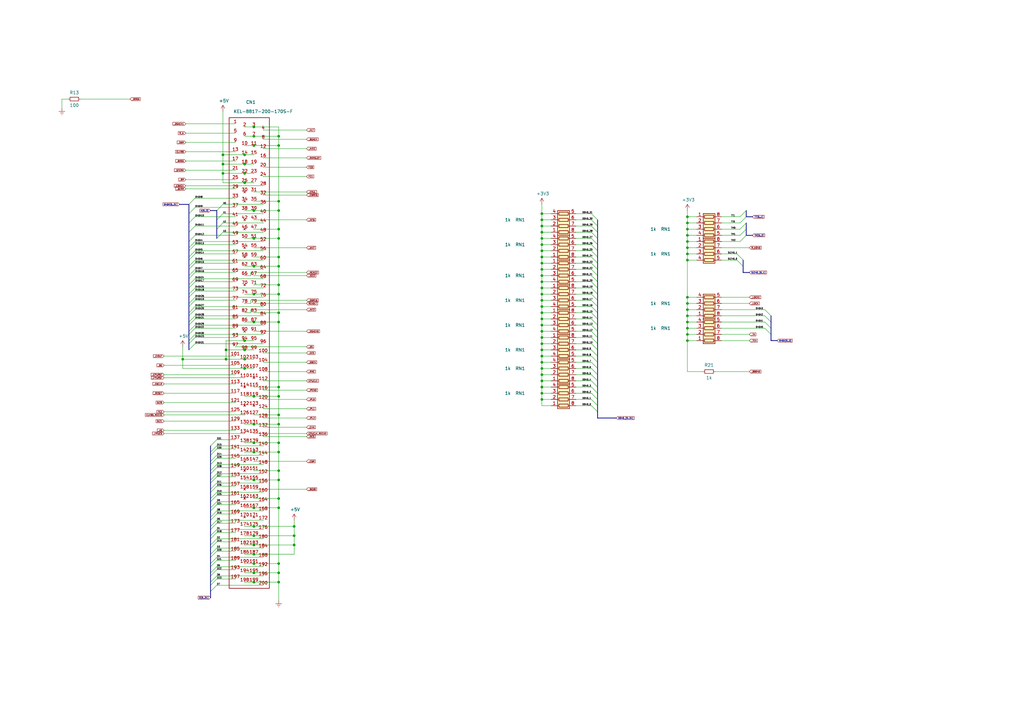
<source format=kicad_sch>
(kicad_sch (version 20230121) (generator eeschema)
  (paper "A3")
  (title_block (title "Z3660 by sHaNsHe (Double H Tech)") (date "2023-08-06") (rev "v0.21a") (comment 1 "v0.21a Changed Array Networks"))
  (junction (at 281.94 96.52))
  (junction (at 114.3 82.55))
  (junction (at 114.3 86.36))
  (junction (at 222.25 100.33))
  (junction (at 114.3 105.41))
  (junction (at 104.14 162.56))
  (junction (at 104.14 219.71))
  (junction (at 92.71 143.51))
  (junction (at 104.14 223.52))
  (junction (at 281.94 91.44))
  (junction (at 114.3 162.56))
  (junction (at 92.71 147.32))
  (junction (at 222.25 110.49))
  (junction (at 281.94 137.16))
  (junction (at 222.25 87.63))
  (junction (at 104.14 52.07))
  (junction (at 114.3 196.85))
  (junction (at 104.14 234.95))
  (junction (at 114.3 158.75))
  (junction (at 281.94 99.06))
  (junction (at 222.25 92.71))
  (junction (at 222.25 95.25))
  (junction (at 104.14 97.79))
  (junction (at 114.3 234.95))
  (junction (at 281.94 134.62))
  (junction (at 222.25 105.41))
  (junction (at 281.94 106.68))
  (junction (at 120.65 223.52))
  (junction (at 222.25 115.57))
  (junction (at 100.33 151.13))
  (junction (at 104.14 208.28))
  (junction (at 222.25 90.17))
  (junction (at 222.25 146.05))
  (junction (at 91.44 67.31))
  (junction (at 104.14 120.65))
  (junction (at 114.3 193.04))
  (junction (at 100.33 74.93))
  (junction (at 114.3 109.22))
  (junction (at 104.14 196.85))
  (junction (at 120.65 215.9))
  (junction (at 104.14 181.61))
  (junction (at 222.25 151.13))
  (junction (at 104.14 185.42))
  (junction (at 114.3 208.28))
  (junction (at 281.94 127))
  (junction (at 114.3 170.18))
  (junction (at 114.3 132.08))
  (junction (at 104.14 173.99))
  (junction (at 120.65 219.71))
  (junction (at 114.3 97.79))
  (junction (at 114.3 238.76))
  (junction (at 104.14 132.08))
  (junction (at 222.25 163.83))
  (junction (at 114.3 128.27))
  (junction (at 281.94 88.9))
  (junction (at 104.14 215.9))
  (junction (at 281.94 104.14))
  (junction (at 104.14 109.22))
  (junction (at 281.94 121.92))
  (junction (at 114.3 93.98))
  (junction (at 222.25 97.79))
  (junction (at 104.14 238.76))
  (junction (at 281.94 139.7))
  (junction (at 100.33 67.31))
  (junction (at 281.94 132.08))
  (junction (at 114.3 181.61))
  (junction (at 104.14 231.14))
  (junction (at 114.3 116.84))
  (junction (at 281.94 101.6))
  (junction (at 100.33 139.7))
  (junction (at 104.14 86.36))
  (junction (at 222.25 138.43))
  (junction (at 100.33 71.12))
  (junction (at 222.25 158.75))
  (junction (at 222.25 107.95))
  (junction (at 222.25 123.19))
  (junction (at 114.3 120.65))
  (junction (at 222.25 133.35))
  (junction (at 114.3 204.47))
  (junction (at 222.25 156.21))
  (junction (at 74.93 147.32))
  (junction (at 222.25 153.67))
  (junction (at 222.25 135.89))
  (junction (at 222.25 113.03))
  (junction (at 104.14 59.69))
  (junction (at 104.14 227.33))
  (junction (at 222.25 128.27))
  (junction (at 100.33 143.51))
  (junction (at 222.25 130.81))
  (junction (at 222.25 140.97))
  (junction (at 222.25 102.87))
  (junction (at 281.94 129.54))
  (junction (at 114.3 173.99))
  (junction (at 100.33 147.32))
  (junction (at 100.33 63.5))
  (junction (at 114.3 55.88))
  (junction (at 114.3 185.42))
  (junction (at 91.44 63.5))
  (junction (at 222.25 161.29))
  (junction (at 104.14 55.88))
  (junction (at 222.25 143.51))
  (junction (at 222.25 148.59))
  (junction (at 114.3 59.69))
  (junction (at 222.25 120.65))
  (junction (at 281.94 124.46))
  (junction (at 222.25 118.11))
  (junction (at 114.3 231.14))
  (junction (at 281.94 93.98))
  (junction (at 91.44 71.12))
  (junction (at 222.25 125.73))
  (bus_entry (at 242.57 161.29) (size 2.54 2.54))
  (bus_entry (at 80.01 121.92) (size -2.54 2.54))
  (bus_entry (at 306.07 88.9) (size -2.54 2.54))
  (bus_entry (at 80.01 104.14) (size -2.54 2.54))
  (bus_entry (at 88.9 240.03) (size -2.54 2.54))
  (bus_entry (at 80.01 111.76) (size -2.54 2.54))
  (bus_entry (at 242.57 105.41) (size 2.54 2.54))
  (bus_entry (at 80.01 107.95) (size -2.54 2.54))
  (bus_entry (at 242.57 107.95) (size 2.54 2.54))
  (bus_entry (at 242.57 95.25) (size 2.54 2.54))
  (bus_entry (at 88.9 191.77) (size -2.54 2.54))
  (bus_entry (at 88.9 187.96) (size -2.54 2.54))
  (bus_entry (at 88.9 199.39) (size -2.54 2.54))
  (bus_entry (at 88.9 222.25) (size -2.54 2.54))
  (bus_entry (at 80.01 115.57) (size -2.54 2.54))
  (bus_entry (at 242.57 102.87) (size 2.54 2.54))
  (bus_entry (at 242.57 115.57) (size 2.54 2.54))
  (bus_entry (at 88.9 209.55) (size -2.54 2.54))
  (bus_entry (at 242.57 97.79) (size 2.54 2.54))
  (bus_entry (at 80.01 125.73) (size -2.54 2.54))
  (bus_entry (at 88.9 229.87) (size -2.54 2.54))
  (bus_entry (at 304.8 106.68) (size -2.54 -2.54))
  (bus_entry (at 242.57 146.05) (size 2.54 2.54))
  (bus_entry (at 242.57 90.17) (size 2.54 2.54))
  (bus_entry (at 242.57 151.13) (size 2.54 2.54))
  (bus_entry (at 88.9 217.17) (size -2.54 2.54))
  (bus_entry (at 80.01 110.49) (size -2.54 2.54))
  (bus_entry (at 80.01 106.68) (size -2.54 2.54))
  (bus_entry (at 88.9 180.34) (size -2.54 2.54))
  (bus_entry (at 80.01 81.28) (size -2.54 2.54))
  (bus_entry (at 88.9 218.44) (size -2.54 2.54))
  (bus_entry (at 306.07 91.44) (size -2.54 2.54))
  (bus_entry (at 80.01 85.09) (size -2.54 2.54))
  (bus_entry (at 80.01 134.62) (size -2.54 2.54))
  (bus_entry (at 316.23 137.16) (size -2.54 -2.54))
  (bus_entry (at 80.01 138.43) (size -2.54 2.54))
  (bus_entry (at 80.01 96.52) (size -2.54 2.54))
  (bus_entry (at 88.9 237.49) (size -2.54 2.54))
  (bus_entry (at 88.9 213.36) (size -2.54 2.54))
  (bus_entry (at 88.9 224.79) (size -2.54 2.54))
  (bus_entry (at 91.44 91.44) (size -2.54 2.54))
  (bus_entry (at 242.57 125.73) (size 2.54 2.54))
  (bus_entry (at 316.23 129.54) (size -2.54 -2.54))
  (bus_entry (at 80.01 137.16) (size -2.54 2.54))
  (bus_entry (at 306.07 86.36) (size -2.54 2.54))
  (bus_entry (at 80.01 88.9) (size -2.54 2.54))
  (bus_entry (at 242.57 158.75) (size 2.54 2.54))
  (bus_entry (at 80.01 130.81) (size -2.54 2.54))
  (bus_entry (at 80.01 100.33) (size -2.54 2.54))
  (bus_entry (at 306.07 96.52) (size -2.54 2.54))
  (bus_entry (at 88.9 182.88) (size -2.54 2.54))
  (bus_entry (at 88.9 205.74) (size -2.54 2.54))
  (bus_entry (at 242.57 87.63) (size 2.54 2.54))
  (bus_entry (at 88.9 207.01) (size -2.54 2.54))
  (bus_entry (at 91.44 95.25) (size -2.54 2.54))
  (bus_entry (at 316.23 132.08) (size -2.54 -2.54))
  (bus_entry (at 242.57 128.27) (size 2.54 2.54))
  (bus_entry (at 242.57 166.37) (size 2.54 2.54))
  (bus_entry (at 88.9 220.98) (size -2.54 2.54))
  (bus_entry (at 80.01 140.97) (size -2.54 2.54))
  (bus_entry (at 80.01 119.38) (size -2.54 2.54))
  (bus_entry (at 80.01 127) (size -2.54 2.54))
  (bus_entry (at 242.57 138.43) (size 2.54 2.54))
  (bus_entry (at 80.01 99.06) (size -2.54 2.54))
  (bus_entry (at 80.01 114.3) (size -2.54 2.54))
  (bus_entry (at 316.23 134.62) (size -2.54 -2.54))
  (bus_entry (at 242.57 143.51) (size 2.54 2.54))
  (bus_entry (at 91.44 87.63) (size -2.54 2.54))
  (bus_entry (at 80.01 133.35) (size -2.54 2.54))
  (bus_entry (at 80.01 129.54) (size -2.54 2.54))
  (bus_entry (at 91.44 83.82) (size -2.54 2.54))
  (bus_entry (at 306.07 93.98) (size -2.54 2.54))
  (bus_entry (at 242.57 130.81) (size 2.54 2.54))
  (bus_entry (at 242.57 148.59) (size 2.54 2.54))
  (bus_entry (at 242.57 140.97) (size 2.54 2.54))
  (bus_entry (at 88.9 190.5) (size -2.54 2.54))
  (bus_entry (at 242.57 92.71) (size 2.54 2.54))
  (bus_entry (at 242.57 113.03) (size 2.54 2.54))
  (bus_entry (at 242.57 156.21) (size 2.54 2.54))
  (bus_entry (at 242.57 118.11) (size 2.54 2.54))
  (bus_entry (at 88.9 210.82) (size -2.54 2.54))
  (bus_entry (at 88.9 186.69) (size -2.54 2.54))
  (bus_entry (at 242.57 100.33) (size 2.54 2.54))
  (bus_entry (at 242.57 110.49) (size 2.54 2.54))
  (bus_entry (at 80.01 118.11) (size -2.54 2.54))
  (bus_entry (at 88.9 184.15) (size -2.54 2.54))
  (bus_entry (at 242.57 163.83) (size 2.54 2.54))
  (bus_entry (at 88.9 195.58) (size -2.54 2.54))
  (bus_entry (at 88.9 194.31) (size -2.54 2.54))
  (bus_entry (at 88.9 198.12) (size -2.54 2.54))
  (bus_entry (at 242.57 123.19) (size 2.54 2.54))
  (bus_entry (at 242.57 135.89) (size 2.54 2.54))
  (bus_entry (at 88.9 233.68) (size -2.54 2.54))
  (bus_entry (at 80.01 123.19) (size -2.54 2.54))
  (bus_entry (at 80.01 102.87) (size -2.54 2.54))
  (bus_entry (at 88.9 203.2) (size -2.54 2.54))
  (bus_entry (at 88.9 201.93) (size -2.54 2.54))
  (bus_entry (at 88.9 228.6) (size -2.54 2.54))
  (bus_entry (at 304.8 109.22) (size -2.54 -2.54))
  (bus_entry (at 242.57 120.65) (size 2.54 2.54))
  (bus_entry (at 80.01 92.71) (size -2.54 2.54))
  (bus_entry (at 88.9 214.63) (size -2.54 2.54))
  (bus_entry (at 242.57 133.35) (size 2.54 2.54))
  (bus_entry (at 88.9 226.06) (size -2.54 2.54))
  (bus_entry (at 88.9 232.41) (size -2.54 2.54))
  (bus_entry (at 88.9 236.22) (size -2.54 2.54))
  (bus_entry (at 242.57 153.67) (size 2.54 2.54))
  (wire (pts (xy 222.25 151.13) (xy 222.25 153.67)))
  (wire (pts (xy 107.95 80.01) (xy 125.73 80.01)))
  (wire (pts (xy 104.14 52.07) (xy 114.3 52.07)))
  (bus (pts (xy 316.23 139.7) (xy 318.77 139.7)))
  (wire (pts (xy 236.22 161.29) (xy 242.57 161.29)))
  (bus (pts (xy 304.8 106.68) (xy 304.8 109.22)))
  (bus (pts (xy 245.11 166.37) (xy 245.11 168.91)))
  (wire (pts (xy 236.22 166.37) (xy 242.57 166.37)))
  (bus (pts (xy 245.11 113.03) (xy 245.11 115.57)))
  (wire (pts (xy 104.14 93.98) (xy 114.3 93.98)))
  (wire (pts (xy 236.22 158.75) (xy 242.57 158.75)))
  (wire (pts (xy 107.95 68.58) (xy 125.73 68.58)))
  (wire (pts (xy 104.14 63.5) (xy 100.33 63.5)))
  (bus (pts (xy 77.47 113.03) (xy 77.47 114.3)))
  (wire (pts (xy 91.44 67.31) (xy 91.44 63.5)))
  (wire (pts (xy 114.3 234.95) (xy 114.3 238.76)))
  (bus (pts (xy 245.11 118.11) (xy 245.11 120.65)))
  (wire (pts (xy 88.9 240.03) (xy 107.95 240.03)))
  (bus (pts (xy 77.47 125.73) (xy 77.47 128.27)))
  (bus (pts (xy 245.11 156.21) (xy 245.11 158.75)))
  (bus (pts (xy 86.36 194.31) (xy 86.36 196.85)))
  (wire (pts (xy 236.22 110.49) (xy 242.57 110.49)))
  (wire (pts (xy 100.33 124.46) (xy 102.87 124.46)))
  (wire (pts (xy 236.22 102.87) (xy 242.57 102.87)))
  (bus (pts (xy 77.47 137.16) (xy 77.47 139.7)))
  (wire (pts (xy 114.3 86.36) (xy 114.3 93.98)))
  (wire (pts (xy 222.25 125.73) (xy 222.25 128.27)))
  (bus (pts (xy 306.07 93.98) (xy 306.07 96.52)))
  (bus (pts (xy 245.11 168.91) (xy 245.11 171.45)))
  (wire (pts (xy 307.34 101.6) (xy 295.91 101.6)))
  (wire (pts (xy 226.06 138.43) (xy 222.25 138.43)))
  (wire (pts (xy 100.33 55.88) (xy 104.14 55.88)))
  (wire (pts (xy 281.94 96.52) (xy 281.94 99.06)))
  (wire (pts (xy 104.14 82.55) (xy 114.3 82.55)))
  (bus (pts (xy 308.61 88.9) (xy 306.07 88.9)))
  (wire (pts (xy 222.25 90.17) (xy 222.25 92.71)))
  (wire (pts (xy 281.94 137.16) (xy 285.75 137.16)))
  (wire (pts (xy 107.95 186.69) (xy 88.9 186.69)))
  (bus (pts (xy 86.36 224.79) (xy 86.36 227.33)))
  (wire (pts (xy 281.94 134.62) (xy 285.75 134.62)))
  (wire (pts (xy 236.22 151.13) (xy 242.57 151.13)))
  (wire (pts (xy 114.3 116.84) (xy 114.3 120.65)))
  (wire (pts (xy 285.75 88.9) (xy 281.94 88.9)))
  (bus (pts (xy 77.47 140.97) (xy 77.47 143.51)))
  (bus (pts (xy 88.9 90.17) (xy 88.9 93.98)))
  (wire (pts (xy 236.22 95.25) (xy 242.57 95.25)))
  (wire (pts (xy 107.95 129.54) (xy 80.01 129.54)))
  (wire (pts (xy 295.91 99.06) (xy 303.53 99.06)))
  (wire (pts (xy 100.33 143.51) (xy 92.71 143.51)))
  (bus (pts (xy 77.47 87.63) (xy 77.47 91.44)))
  (bus (pts (xy 86.36 236.22) (xy 86.36 238.76)))
  (wire (pts (xy 100.33 74.93) (xy 91.44 74.93)))
  (bus (pts (xy 316.23 132.08) (xy 316.23 134.62)))
  (bus (pts (xy 86.36 220.98) (xy 86.36 223.52)))
  (bus (pts (xy 245.11 100.33) (xy 245.11 102.87)))
  (bus (pts (xy 245.11 158.75) (xy 245.11 161.29)))
  (wire (pts (xy 285.75 104.14) (xy 281.94 104.14)))
  (wire (pts (xy 104.14 86.36) (xy 114.3 86.36)))
  (bus (pts (xy 245.11 163.83) (xy 245.11 166.37)))
  (wire (pts (xy 100.33 97.79) (xy 104.14 97.79)))
  (wire (pts (xy 226.06 125.73) (xy 222.25 125.73)))
  (wire (pts (xy 107.95 190.5) (xy 88.9 190.5)))
  (wire (pts (xy 125.73 127) (xy 102.87 127)))
  (bus (pts (xy 77.47 139.7) (xy 77.47 140.97)))
  (wire (pts (xy 104.14 189.23) (xy 125.73 189.23)))
  (wire (pts (xy 100.33 238.76) (xy 104.14 238.76)))
  (wire (pts (xy 281.94 152.4) (xy 281.94 139.7)))
  (bus (pts (xy 86.36 196.85) (xy 86.36 198.12)))
  (wire (pts (xy 104.14 193.04) (xy 114.3 193.04)))
  (wire (pts (xy 104.14 204.47) (xy 114.3 204.47)))
  (wire (pts (xy 281.94 139.7) (xy 281.94 137.16)))
  (wire (pts (xy 96.52 81.28) (xy 80.01 81.28)))
  (wire (pts (xy 107.95 60.96) (xy 125.73 60.96)))
  (wire (pts (xy 236.22 130.81) (xy 242.57 130.81)))
  (wire (pts (xy 107.95 224.79) (xy 88.9 224.79)))
  (wire (pts (xy 100.33 147.32) (xy 92.71 147.32)))
  (bus (pts (xy 86.36 189.23) (xy 86.36 190.5)))
  (wire (pts (xy 114.3 120.65) (xy 114.3 128.27)))
  (wire (pts (xy 226.06 158.75) (xy 222.25 158.75)))
  (wire (pts (xy 281.94 88.9) (xy 281.94 91.44)))
  (wire (pts (xy 104.14 177.8) (xy 125.73 177.8)))
  (bus (pts (xy 304.8 109.22) (xy 304.8 111.76)))
  (wire (pts (xy 285.75 106.68) (xy 281.94 106.68)))
  (wire (pts (xy 107.95 236.22) (xy 88.9 236.22)))
  (wire (pts (xy 104.14 151.13) (xy 100.33 151.13)))
  (wire (pts (xy 107.95 171.45) (xy 125.73 171.45)))
  (wire (pts (xy 281.94 134.62) (xy 281.94 132.08)))
  (wire (pts (xy 107.95 110.49) (xy 80.01 110.49)))
  (wire (pts (xy 96.52 100.33) (xy 80.01 100.33)))
  (bus (pts (xy 88.9 86.36) (xy 86.36 86.36)))
  (wire (pts (xy 96.52 199.39) (xy 88.9 199.39)))
  (wire (pts (xy 96.52 222.25) (xy 88.9 222.25)))
  (wire (pts (xy 96.52 195.58) (xy 88.9 195.58)))
  (wire (pts (xy 222.25 118.11) (xy 222.25 120.65)))
  (wire (pts (xy 107.95 228.6) (xy 88.9 228.6)))
  (bus (pts (xy 245.11 123.19) (xy 245.11 125.73)))
  (wire (pts (xy 107.95 137.16) (xy 80.01 137.16)))
  (bus (pts (xy 88.9 86.36) (xy 88.9 90.17)))
  (bus (pts (xy 245.11 128.27) (xy 245.11 130.81)))
  (wire (pts (xy 96.52 58.42) (xy 76.2 58.42)))
  (bus (pts (xy 88.9 93.98) (xy 88.9 97.79)))
  (wire (pts (xy 107.95 179.07) (xy 125.73 179.07)))
  (wire (pts (xy 226.06 115.57) (xy 222.25 115.57)))
  (wire (pts (xy 236.22 135.89) (xy 242.57 135.89)))
  (wire (pts (xy 222.25 105.41) (xy 222.25 107.95)))
  (wire (pts (xy 96.52 229.87) (xy 88.9 229.87)))
  (wire (pts (xy 100.33 113.03) (xy 102.87 113.03)))
  (wire (pts (xy 226.06 118.11) (xy 222.25 118.11)))
  (wire (pts (xy 295.91 134.62) (xy 313.69 134.62)))
  (wire (pts (xy 100.33 181.61) (xy 104.14 181.61)))
  (wire (pts (xy 104.14 120.65) (xy 114.3 120.65)))
  (bus (pts (xy 245.11 115.57) (xy 245.11 118.11)))
  (wire (pts (xy 92.71 143.51) (xy 92.71 147.32)))
  (wire (pts (xy 104.14 105.41) (xy 114.3 105.41)))
  (wire (pts (xy 222.25 107.95) (xy 222.25 110.49)))
  (wire (pts (xy 104.14 101.6) (xy 125.73 101.6)))
  (wire (pts (xy 104.14 231.14) (xy 114.3 231.14)))
  (wire (pts (xy 96.52 134.62) (xy 80.01 134.62)))
  (wire (pts (xy 222.25 128.27) (xy 222.25 130.81)))
  (wire (pts (xy 100.33 154.94) (xy 67.31 154.94)))
  (wire (pts (xy 226.06 92.71) (xy 222.25 92.71)))
  (wire (pts (xy 120.65 215.9) (xy 120.65 213.36)))
  (bus (pts (xy 77.47 114.3) (xy 77.47 116.84)))
  (wire (pts (xy 107.95 167.64) (xy 125.73 167.64)))
  (wire (pts (xy 104.14 139.7) (xy 100.33 139.7)))
  (wire (pts (xy 222.25 135.89) (xy 222.25 138.43)))
  (bus (pts (xy 306.07 96.52) (xy 308.61 96.52)))
  (wire (pts (xy 104.14 132.08) (xy 114.3 132.08)))
  (wire (pts (xy 100.33 215.9) (xy 104.14 215.9)))
  (wire (pts (xy 281.94 106.68) (xy 281.94 104.14)))
  (bus (pts (xy 306.07 91.44) (xy 306.07 93.98)))
  (wire (pts (xy 102.87 123.19) (xy 125.73 123.19)))
  (wire (pts (xy 295.91 132.08) (xy 313.69 132.08)))
  (wire (pts (xy 226.06 135.89) (xy 222.25 135.89)))
  (wire (pts (xy 100.33 234.95) (xy 104.14 234.95)))
  (wire (pts (xy 222.25 133.35) (xy 222.25 135.89)))
  (wire (pts (xy 222.25 92.71) (xy 222.25 95.25)))
  (wire (pts (xy 96.52 142.24) (xy 125.73 142.24)))
  (wire (pts (xy 236.22 118.11) (xy 242.57 118.11)))
  (wire (pts (xy 114.3 170.18) (xy 114.3 173.99)))
  (wire (pts (xy 100.33 170.18) (xy 67.31 170.18)))
  (wire (pts (xy 307.34 137.16) (xy 295.91 137.16)))
  (wire (pts (xy 104.14 59.69) (xy 114.3 59.69)))
  (wire (pts (xy 107.95 160.02) (xy 125.73 160.02)))
  (wire (pts (xy 107.95 83.82) (xy 91.44 83.82)))
  (wire (pts (xy 226.06 102.87) (xy 222.25 102.87)))
  (wire (pts (xy 222.25 148.59) (xy 222.25 151.13)))
  (wire (pts (xy 107.95 144.78) (xy 125.73 144.78)))
  (wire (pts (xy 100.33 128.27) (xy 102.87 128.27)))
  (wire (pts (xy 285.75 99.06) (xy 281.94 99.06)))
  (wire (pts (xy 96.52 172.72) (xy 67.31 172.72)))
  (wire (pts (xy 96.52 77.47) (xy 76.2 77.47)))
  (bus (pts (xy 245.11 133.35) (xy 245.11 135.89)))
  (wire (pts (xy 114.3 193.04) (xy 114.3 196.85)))
  (bus (pts (xy 77.47 106.68) (xy 77.47 109.22)))
  (bus (pts (xy 86.36 208.28) (xy 86.36 209.55)))
  (wire (pts (xy 107.95 194.31) (xy 88.9 194.31)))
  (wire (pts (xy 100.33 120.65) (xy 104.14 120.65)))
  (wire (pts (xy 236.22 115.57) (xy 242.57 115.57)))
  (bus (pts (xy 77.47 101.6) (xy 77.47 102.87)))
  (wire (pts (xy 295.91 121.92) (xy 307.34 121.92)))
  (wire (pts (xy 102.87 124.46) (xy 102.87 123.19)))
  (wire (pts (xy 107.95 232.41) (xy 88.9 232.41)))
  (wire (pts (xy 76.2 50.8) (xy 96.52 50.8)))
  (wire (pts (xy 96.52 207.01) (xy 88.9 207.01)))
  (wire (pts (xy 96.52 119.38) (xy 80.01 119.38)))
  (bus (pts (xy 77.47 102.87) (xy 77.47 105.41)))
  (wire (pts (xy 295.91 104.14) (xy 302.26 104.14)))
  (wire (pts (xy 100.33 52.07) (xy 104.14 52.07)))
  (wire (pts (xy 104.14 162.56) (xy 114.3 162.56)))
  (wire (pts (xy 107.95 72.39) (xy 125.73 72.39)))
  (wire (pts (xy 222.25 140.97) (xy 222.25 143.51)))
  (wire (pts (xy 226.06 97.79) (xy 222.25 97.79)))
  (wire (pts (xy 226.06 133.35) (xy 222.25 133.35)))
  (wire (pts (xy 104.14 90.17) (xy 125.73 90.17)))
  (wire (pts (xy 96.52 104.14) (xy 80.01 104.14)))
  (wire (pts (xy 100.33 185.42) (xy 104.14 185.42)))
  (wire (pts (xy 100.33 231.14) (xy 104.14 231.14)))
  (wire (pts (xy 91.44 63.5) (xy 91.44 45.72)))
  (wire (pts (xy 107.95 87.63) (xy 91.44 87.63)))
  (wire (pts (xy 236.22 153.67) (xy 242.57 153.67)))
  (wire (pts (xy 107.95 91.44) (xy 91.44 91.44)))
  (wire (pts (xy 107.95 217.17) (xy 88.9 217.17)))
  (wire (pts (xy 104.14 55.88) (xy 114.3 55.88)))
  (wire (pts (xy 236.22 138.43) (xy 242.57 138.43)))
  (wire (pts (xy 114.3 173.99) (xy 114.3 181.61)))
  (wire (pts (xy 96.52 176.53) (xy 67.31 176.53)))
  (wire (pts (xy 100.33 59.69) (xy 104.14 59.69)))
  (wire (pts (xy 107.95 64.77) (xy 125.73 64.77)))
  (bus (pts (xy 77.47 118.11) (xy 77.47 120.65)))
  (bus (pts (xy 86.36 204.47) (xy 86.36 205.74)))
  (bus (pts (xy 245.11 146.05) (xy 245.11 148.59)))
  (wire (pts (xy 96.52 218.44) (xy 88.9 218.44)))
  (bus (pts (xy 86.36 228.6) (xy 86.36 231.14)))
  (bus (pts (xy 77.47 109.22) (xy 77.47 110.49)))
  (wire (pts (xy 96.52 210.82) (xy 88.9 210.82)))
  (wire (pts (xy 107.95 106.68) (xy 80.01 106.68)))
  (wire (pts (xy 226.06 90.17) (xy 222.25 90.17)))
  (wire (pts (xy 80.01 114.3) (xy 107.95 114.3)))
  (wire (pts (xy 100.33 63.5) (xy 91.44 63.5)))
  (wire (pts (xy 226.06 163.83) (xy 222.25 163.83)))
  (bus (pts (xy 77.47 91.44) (xy 77.47 95.25)))
  (wire (pts (xy 114.3 238.76) (xy 114.3 246.38)))
  (bus (pts (xy 77.47 121.92) (xy 77.47 124.46)))
  (wire (pts (xy 288.29 152.4) (xy 281.94 152.4)))
  (wire (pts (xy 120.65 227.33) (xy 120.65 223.52)))
  (wire (pts (xy 104.14 238.76) (xy 114.3 238.76)))
  (wire (pts (xy 100.33 151.13) (xy 74.93 151.13)))
  (wire (pts (xy 96.52 203.2) (xy 88.9 203.2)))
  (wire (pts (xy 285.75 91.44) (xy 281.94 91.44)))
  (wire (pts (xy 96.52 157.48) (xy 67.31 157.48)))
  (bus (pts (xy 245.11 138.43) (xy 245.11 140.97)))
  (bus (pts (xy 245.11 125.73) (xy 245.11 128.27)))
  (wire (pts (xy 114.3 196.85) (xy 114.3 204.47)))
  (bus (pts (xy 86.36 227.33) (xy 86.36 228.6)))
  (wire (pts (xy 107.95 201.93) (xy 88.9 201.93)))
  (bus (pts (xy 245.11 151.13) (xy 245.11 153.67)))
  (wire (pts (xy 96.52 149.86) (xy 67.31 149.86)))
  (wire (pts (xy 104.14 215.9) (xy 120.65 215.9)))
  (wire (pts (xy 107.95 220.98) (xy 88.9 220.98)))
  (wire (pts (xy 222.25 143.51) (xy 222.25 146.05)))
  (wire (pts (xy 222.25 115.57) (xy 222.25 118.11)))
  (bus (pts (xy 77.47 133.35) (xy 77.47 135.89)))
  (wire (pts (xy 104.14 234.95) (xy 114.3 234.95)))
  (wire (pts (xy 104.14 158.75) (xy 114.3 158.75)))
  (wire (pts (xy 91.44 71.12) (xy 91.44 67.31)))
  (wire (pts (xy 226.06 148.59) (xy 222.25 148.59)))
  (wire (pts (xy 281.94 93.98) (xy 281.94 96.52)))
  (wire (pts (xy 104.14 170.18) (xy 114.3 170.18)))
  (bus (pts (xy 86.36 185.42) (xy 86.36 186.69)))
  (wire (pts (xy 114.3 97.79) (xy 114.3 105.41)))
  (wire (pts (xy 281.94 137.16) (xy 281.94 134.62)))
  (wire (pts (xy 120.65 223.52) (xy 120.65 219.71)))
  (wire (pts (xy 104.14 143.51) (xy 100.33 143.51)))
  (wire (pts (xy 295.91 124.46) (xy 307.34 124.46)))
  (wire (pts (xy 107.95 148.59) (xy 125.73 148.59)))
  (wire (pts (xy 96.52 123.19) (xy 80.01 123.19)))
  (wire (pts (xy 281.94 127) (xy 281.94 124.46)))
  (wire (pts (xy 100.33 219.71) (xy 104.14 219.71)))
  (wire (pts (xy 295.91 88.9) (xy 303.53 88.9)))
  (wire (pts (xy 114.3 109.22) (xy 114.3 116.84)))
  (wire (pts (xy 236.22 140.97) (xy 242.57 140.97)))
  (bus (pts (xy 86.36 186.69) (xy 86.36 189.23)))
  (bus (pts (xy 245.11 140.97) (xy 245.11 143.51)))
  (bus (pts (xy 77.47 99.06) (xy 77.47 101.6)))
  (wire (pts (xy 222.25 138.43) (xy 222.25 140.97)))
  (wire (pts (xy 107.95 152.4) (xy 125.73 152.4)))
  (wire (pts (xy 96.52 233.68) (xy 88.9 233.68)))
  (wire (pts (xy 100.33 196.85) (xy 104.14 196.85)))
  (wire (pts (xy 96.52 226.06) (xy 88.9 226.06)))
  (bus (pts (xy 77.47 124.46) (xy 77.47 125.73)))
  (wire (pts (xy 27.94 40.64) (xy 25.4 40.64)))
  (wire (pts (xy 281.94 132.08) (xy 285.75 132.08)))
  (wire (pts (xy 236.22 87.63) (xy 242.57 87.63)))
  (wire (pts (xy 236.22 128.27) (xy 242.57 128.27)))
  (wire (pts (xy 104.14 71.12) (xy 100.33 71.12)))
  (bus (pts (xy 245.11 130.81) (xy 245.11 133.35)))
  (wire (pts (xy 107.95 102.87) (xy 80.01 102.87)))
  (bus (pts (xy 86.36 193.04) (xy 86.36 194.31)))
  (wire (pts (xy 96.52 187.96) (xy 88.9 187.96)))
  (wire (pts (xy 102.87 111.76) (xy 125.73 111.76)))
  (bus (pts (xy 86.36 231.14) (xy 86.36 232.41)))
  (wire (pts (xy 281.94 139.7) (xy 285.75 139.7)))
  (wire (pts (xy 281.94 129.54) (xy 281.94 127)))
  (wire (pts (xy 107.95 163.83) (xy 125.73 163.83)))
  (bus (pts (xy 77.47 120.65) (xy 77.47 121.92)))
  (bus (pts (xy 245.11 148.59) (xy 245.11 151.13)))
  (wire (pts (xy 226.06 123.19) (xy 222.25 123.19)))
  (wire (pts (xy 226.06 107.95) (xy 222.25 107.95)))
  (wire (pts (xy 104.14 147.32) (xy 100.33 147.32)))
  (wire (pts (xy 96.52 66.04) (xy 76.2 66.04)))
  (wire (pts (xy 295.91 129.54) (xy 313.69 129.54)))
  (wire (pts (xy 104.14 181.61) (xy 114.3 181.61)))
  (wire (pts (xy 226.06 120.65) (xy 222.25 120.65)))
  (wire (pts (xy 104.14 208.28) (xy 114.3 208.28)))
  (wire (pts (xy 91.44 74.93) (xy 91.44 71.12)))
  (wire (pts (xy 226.06 95.25) (xy 222.25 95.25)))
  (wire (pts (xy 281.94 91.44) (xy 281.94 93.98)))
  (wire (pts (xy 96.52 69.85) (xy 76.2 69.85)))
  (bus (pts (xy 77.47 128.27) (xy 77.47 129.54)))
  (wire (pts (xy 114.3 208.28) (xy 114.3 231.14)))
  (wire (pts (xy 114.3 162.56) (xy 114.3 170.18)))
  (bus (pts (xy 245.11 171.45) (xy 252.73 171.45)))
  (bus (pts (xy 86.36 198.12) (xy 86.36 200.66)))
  (wire (pts (xy 104.14 196.85) (xy 114.3 196.85)))
  (wire (pts (xy 222.25 153.67) (xy 222.25 156.21)))
  (wire (pts (xy 222.25 97.79) (xy 222.25 100.33)))
  (wire (pts (xy 107.95 99.06) (xy 80.01 99.06)))
  (wire (pts (xy 281.94 99.06) (xy 281.94 101.6)))
  (wire (pts (xy 96.52 85.09) (xy 80.01 85.09)))
  (wire (pts (xy 96.52 130.81) (xy 80.01 130.81)))
  (wire (pts (xy 96.52 111.76) (xy 80.01 111.76)))
  (wire (pts (xy 96.52 62.23) (xy 76.2 62.23)))
  (wire (pts (xy 222.25 163.83) (xy 222.25 166.37)))
  (wire (pts (xy 107.95 213.36) (xy 88.9 213.36)))
  (wire (pts (xy 96.52 127) (xy 80.01 127)))
  (bus (pts (xy 316.23 134.62) (xy 316.23 137.16)))
  (wire (pts (xy 285.75 96.52) (xy 281.94 96.52)))
  (bus (pts (xy 316.23 137.16) (xy 316.23 139.7)))
  (wire (pts (xy 107.95 95.25) (xy 91.44 95.25)))
  (wire (pts (xy 236.22 113.03) (xy 242.57 113.03)))
  (bus (pts (xy 306.07 88.9) (xy 306.07 86.36)))
  (bus (pts (xy 245.11 120.65) (xy 245.11 123.19)))
  (wire (pts (xy 222.25 158.75) (xy 222.25 161.29)))
  (wire (pts (xy 96.52 96.52) (xy 80.01 96.52)))
  (wire (pts (xy 100.33 227.33) (xy 104.14 227.33)))
  (wire (pts (xy 104.14 124.46) (xy 125.73 124.46)))
  (wire (pts (xy 222.25 156.21) (xy 222.25 158.75)))
  (wire (pts (xy 222.25 87.63) (xy 222.25 90.17)))
  (wire (pts (xy 295.91 106.68) (xy 302.26 106.68)))
  (wire (pts (xy 100.33 208.28) (xy 104.14 208.28)))
  (wire (pts (xy 236.22 143.51) (xy 242.57 143.51)))
  (wire (pts (xy 104.14 109.22) (xy 114.3 109.22)))
  (wire (pts (xy 96.52 214.63) (xy 88.9 214.63)))
  (wire (pts (xy 107.95 175.26) (xy 125.73 175.26)))
  (bus (pts (xy 77.47 105.41) (xy 77.47 106.68)))
  (wire (pts (xy 114.3 128.27) (xy 114.3 132.08)))
  (wire (pts (xy 96.52 165.1) (xy 67.31 165.1)))
  (bus (pts (xy 77.47 110.49) (xy 77.47 113.03)))
  (bus (pts (xy 86.36 190.5) (xy 86.36 193.04)))
  (wire (pts (xy 96.52 115.57) (xy 80.01 115.57)))
  (bus (pts (xy 86.36 213.36) (xy 86.36 215.9)))
  (wire (pts (xy 226.06 140.97) (xy 222.25 140.97)))
  (wire (pts (xy 236.22 100.33) (xy 242.57 100.33)))
  (wire (pts (xy 104.14 219.71) (xy 120.65 219.71)))
  (wire (pts (xy 96.52 168.91) (xy 67.31 168.91)))
  (wire (pts (xy 53.34 40.64) (xy 33.02 40.64)))
  (wire (pts (xy 222.25 120.65) (xy 222.25 123.19)))
  (wire (pts (xy 222.25 146.05) (xy 222.25 148.59)))
  (wire (pts (xy 226.06 113.03) (xy 222.25 113.03)))
  (wire (pts (xy 281.94 127) (xy 285.75 127)))
  (bus (pts (xy 86.36 232.41) (xy 86.36 234.95)))
  (wire (pts (xy 96.52 191.77) (xy 88.9 191.77)))
  (wire (pts (xy 114.3 181.61) (xy 114.3 185.42)))
  (wire (pts (xy 100.33 223.52) (xy 104.14 223.52)))
  (wire (pts (xy 222.25 161.29) (xy 222.25 163.83)))
  (wire (pts (xy 281.94 121.92) (xy 285.75 121.92)))
  (wire (pts (xy 222.25 110.49) (xy 222.25 113.03)))
  (bus (pts (xy 86.36 240.03) (xy 86.36 242.57)))
  (wire (pts (xy 236.22 146.05) (xy 242.57 146.05)))
  (wire (pts (xy 285.75 101.6) (xy 281.94 101.6)))
  (bus (pts (xy 86.36 238.76) (xy 86.36 240.03)))
  (bus (pts (xy 304.8 111.76) (xy 307.34 111.76)))
  (wire (pts (xy 295.91 96.52) (xy 303.53 96.52)))
  (wire (pts (xy 114.3 59.69) (xy 114.3 82.55)))
  (bus (pts (xy 86.36 212.09) (xy 86.36 213.36)))
  (wire (pts (xy 120.65 219.71) (xy 120.65 215.9)))
  (bus (pts (xy 245.11 97.79) (xy 245.11 100.33)))
  (wire (pts (xy 74.93 142.24) (xy 74.93 147.32)))
  (wire (pts (xy 281.94 124.46) (xy 285.75 124.46)))
  (bus (pts (xy 245.11 153.67) (xy 245.11 156.21)))
  (wire (pts (xy 226.06 105.41) (xy 222.25 105.41)))
  (wire (pts (xy 100.33 67.31) (xy 91.44 67.31)))
  (bus (pts (xy 86.36 182.88) (xy 86.36 185.42)))
  (wire (pts (xy 226.06 146.05) (xy 222.25 146.05)))
  (wire (pts (xy 236.22 107.95) (xy 242.57 107.95)))
  (wire (pts (xy 236.22 125.73) (xy 242.57 125.73)))
  (wire (pts (xy 107.95 133.35) (xy 80.01 133.35)))
  (wire (pts (xy 281.94 129.54) (xy 285.75 129.54)))
  (wire (pts (xy 100.33 109.22) (xy 104.14 109.22)))
  (wire (pts (xy 226.06 110.49) (xy 222.25 110.49)))
  (bus (pts (xy 245.11 105.41) (xy 245.11 107.95)))
  (wire (pts (xy 104.14 116.84) (xy 114.3 116.84)))
  (bus (pts (xy 86.36 209.55) (xy 86.36 212.09)))
  (bus (pts (xy 245.11 110.49) (xy 245.11 113.03)))
  (wire (pts (xy 96.52 107.95) (xy 80.01 107.95)))
  (bus (pts (xy 316.23 129.54) (xy 316.23 132.08)))
  (wire (pts (xy 236.22 133.35) (xy 242.57 133.35)))
  (wire (pts (xy 226.06 153.67) (xy 222.25 153.67)))
  (wire (pts (xy 104.14 78.74) (xy 125.73 78.74)))
  (wire (pts (xy 80.01 121.92) (xy 107.95 121.92)))
  (wire (pts (xy 107.95 198.12) (xy 88.9 198.12)))
  (wire (pts (xy 100.33 71.12) (xy 91.44 71.12)))
  (wire (pts (xy 226.06 87.63) (xy 222.25 87.63)))
  (bus (pts (xy 86.36 234.95) (xy 86.36 236.22)))
  (wire (pts (xy 96.52 88.9) (xy 80.01 88.9)))
  (wire (pts (xy 107.95 140.97) (xy 80.01 140.97)))
  (bus (pts (xy 86.36 200.66) (xy 86.36 201.93)))
  (wire (pts (xy 226.06 128.27) (xy 222.25 128.27)))
  (wire (pts (xy 114.3 52.07) (xy 114.3 55.88)))
  (wire (pts (xy 114.3 97.79) (xy 104.14 97.79)))
  (wire (pts (xy 104.14 113.03) (xy 125.73 113.03)))
  (wire (pts (xy 104.14 67.31) (xy 100.33 67.31)))
  (wire (pts (xy 25.4 40.64) (xy 25.4 44.45)))
  (wire (pts (xy 96.52 138.43) (xy 80.01 138.43)))
  (wire (pts (xy 226.06 151.13) (xy 222.25 151.13)))
  (wire (pts (xy 236.22 120.65) (xy 242.57 120.65)))
  (bus (pts (xy 86.36 215.9) (xy 86.36 217.17)))
  (wire (pts (xy 96.52 153.67) (xy 67.31 153.67)))
  (bus (pts (xy 245.11 92.71) (xy 245.11 95.25)))
  (bus (pts (xy 245.11 95.25) (xy 245.11 97.79)))
  (wire (pts (xy 281.94 86.36) (xy 281.94 88.9)))
  (wire (pts (xy 100.33 162.56) (xy 104.14 162.56)))
  (wire (pts (xy 74.93 147.32) (xy 74.93 151.13)))
  (wire (pts (xy 114.3 105.41) (xy 114.3 109.22)))
  (bus (pts (xy 245.11 135.89) (xy 245.11 138.43)))
  (wire (pts (xy 222.25 95.25) (xy 222.25 97.79)))
  (wire (pts (xy 236.22 90.17) (xy 242.57 90.17)))
  (wire (pts (xy 222.25 130.81) (xy 222.25 133.35)))
  (wire (pts (xy 104.14 227.33) (xy 120.65 227.33)))
  (wire (pts (xy 88.9 180.34) (xy 96.52 180.34)))
  (wire (pts (xy 281.94 132.08) (xy 281.94 129.54)))
  (wire (pts (xy 114.3 231.14) (xy 114.3 234.95)))
  (wire (pts (xy 226.06 130.81) (xy 222.25 130.81)))
  (wire (pts (xy 114.3 185.42) (xy 114.3 193.04)))
  (wire (pts (xy 102.87 127) (xy 102.87 128.27)))
  (wire (pts (xy 285.75 93.98) (xy 281.94 93.98)))
  (wire (pts (xy 114.3 132.08) (xy 114.3 158.75)))
  (wire (pts (xy 96.52 54.61) (xy 76.2 54.61)))
  (wire (pts (xy 293.37 152.4) (xy 307.34 152.4)))
  (wire (pts (xy 107.95 57.15) (xy 125.73 57.15)))
  (wire (pts (xy 222.25 83.82) (xy 222.25 87.63)))
  (bus (pts (xy 86.36 205.74) (xy 86.36 208.28)))
  (wire (pts (xy 76.2 73.66) (xy 96.52 73.66)))
  (wire (pts (xy 104.14 185.42) (xy 114.3 185.42)))
  (wire (pts (xy 114.3 173.99) (xy 104.14 173.99)))
  (wire (pts (xy 114.3 93.98) (xy 114.3 97.79)))
  (wire (pts (xy 96.52 92.71) (xy 80.01 92.71)))
  (bus (pts (xy 77.47 116.84) (xy 77.47 118.11)))
  (wire (pts (xy 295.91 127) (xy 313.69 127)))
  (bus (pts (xy 86.36 219.71) (xy 86.36 220.98)))
  (wire (pts (xy 222.25 102.87) (xy 222.25 105.41)))
  (wire (pts (xy 236.22 156.21) (xy 242.57 156.21)))
  (wire (pts (xy 295.91 139.7) (xy 307.34 139.7)))
  (wire (pts (xy 96.52 161.29) (xy 67.31 161.29)))
  (wire (pts (xy 107.95 125.73) (xy 80.01 125.73)))
  (wire (pts (xy 104.14 223.52) (xy 120.65 223.52)))
  (wire (pts (xy 295.91 93.98) (xy 303.53 93.98)))
  (wire (pts (xy 104.14 135.89) (xy 125.73 135.89)))
  (bus (pts (xy 77.47 83.82) (xy 77.47 87.63)))
  (wire (pts (xy 92.71 147.32) (xy 74.93 147.32)))
  (wire (pts (xy 100.33 177.8) (xy 67.31 177.8)))
  (wire (pts (xy 114.3 204.47) (xy 114.3 208.28)))
  (bus (pts (xy 77.47 129.54) (xy 77.47 132.08)))
  (wire (pts (xy 80.01 118.11) (xy 107.95 118.11)))
  (wire (pts (xy 114.3 82.55) (xy 114.3 86.36)))
  (wire (pts (xy 226.06 161.29) (xy 222.25 161.29)))
  (bus (pts (xy 86.36 217.17) (xy 86.36 219.71)))
  (wire (pts (xy 107.95 182.88) (xy 88.9 182.88)))
  (wire (pts (xy 104.14 128.27) (xy 114.3 128.27)))
  (wire (pts (xy 107.95 205.74) (xy 88.9 205.74)))
  (wire (pts (xy 236.22 163.83) (xy 242.57 163.83)))
  (wire (pts (xy 281.94 106.68) (xy 281.94 121.92)))
  (wire (pts (xy 100.33 132.08) (xy 104.14 132.08)))
  (wire (pts (xy 88.9 184.15) (xy 96.52 184.15)))
  (wire (pts (xy 100.33 139.7) (xy 92.71 139.7)))
  (wire (pts (xy 236.22 97.79) (xy 242.57 97.79)))
  (wire (pts (xy 107.95 53.34) (xy 125.73 53.34)))
  (bus (pts (xy 245.11 90.17) (xy 245.11 92.71)))
  (wire (pts (xy 100.33 86.36) (xy 104.14 86.36)))
  (wire (pts (xy 222.25 100.33) (xy 222.25 102.87)))
  (wire (pts (xy 107.95 156.21) (xy 125.73 156.21)))
  (wire (pts (xy 102.87 113.03) (xy 102.87 111.76)))
  (bus (pts (xy 245.11 161.29) (xy 245.11 163.83)))
  (bus (pts (xy 86.36 242.57) (xy 86.36 245.11)))
  (wire (pts (xy 226.06 156.21) (xy 222.25 156.21)))
  (wire (pts (xy 281.94 104.14) (xy 281.94 101.6)))
  (wire (pts (xy 236.22 148.59) (xy 242.57 148.59)))
  (wire (pts (xy 226.06 166.37) (xy 222.25 166.37)))
  (wire (pts (xy 226.06 100.33) (xy 222.25 100.33)))
  (wire (pts (xy 100.33 173.99) (xy 104.14 173.99)))
  (wire (pts (xy 222.25 113.03) (xy 222.25 115.57)))
  (wire (pts (xy 114.3 158.75) (xy 114.3 162.56)))
  (bus (pts (xy 77.47 83.82) (xy 73.66 83.82)))
  (bus (pts (xy 77.47 95.25) (xy 77.47 99.06)))
  (bus (pts (xy 86.36 223.52) (xy 86.36 224.79)))
  (wire (pts (xy 107.95 209.55) (xy 88.9 209.55)))
  (wire (pts (xy 114.3 55.88) (xy 114.3 59.69)))
  (wire (pts (xy 92.71 139.7) (xy 92.71 143.51)))
  (wire (pts (xy 236.22 92.71) (xy 242.57 92.71)))
  (wire (pts (xy 104.14 200.66) (xy 125.73 200.66)))
  (wire (pts (xy 295.91 91.44) (xy 303.53 91.44)))
  (wire (pts (xy 281.94 124.46) (xy 281.94 121.92)))
  (wire (pts (xy 222.25 123.19) (xy 222.25 125.73)))
  (wire (pts (xy 96.52 146.05) (xy 67.31 146.05)))
  (wire (pts (xy 96.52 237.49) (xy 88.9 237.49)))
  (bus (pts (xy 245.11 107.95) (xy 245.11 110.49)))
  (wire (pts (xy 236.22 105.41) (xy 242.57 105.41)))
  (wire (pts (xy 104.14 74.93) (xy 100.33 74.93)))
  (bus (pts (xy 86.36 201.93) (xy 86.36 204.47)))
  (bus (pts (xy 77.47 132.08) (xy 77.47 133.35)))
  (wire (pts (xy 107.95 76.2) (xy 76.2 76.2)))
  (wire (pts (xy 226.06 143.51) (xy 222.25 143.51)))
  (bus (pts (xy 245.11 143.51) (xy 245.11 146.05)))
  (bus (pts (xy 245.11 102.87) (xy 245.11 105.41)))
  (wire (pts (xy 236.22 123.19) (xy 242.57 123.19)))
  (bus (pts (xy 77.47 135.89) (xy 77.47 137.16)))
  (label "D11" (at 88.9 198.12 0) (effects (font (size 0.635 0.635))))
  (label "040A26" (at 80.01 121.92 0) (effects (font (size 0.635 0.635))))
  (label "040A6" (at 80.01 106.68 0) (effects (font (size 0.635 0.635))))
  (label "040A22" (at 80.01 134.62 0) (effects (font (size 0.635 0.635))))
  (label "040A4" (at 80.01 99.06 0) (effects (font (size 0.635 0.635))))
  (label "D040_13" (at 238.76 133.35 0) (effects (font (size 0.635 0.635))))
  (label "D22" (at 88.9 233.68 0) (effects (font (size 0.635 0.635))))
  (label "D21" (at 88.9 229.87 0) (effects (font (size 0.635 0.635))))
  (label "D29" (at 88.9 187.96 0) (effects (font (size 0.635 0.635))))
  (label "040A9" (at 80.01 85.09 0) (effects (font (size 0.635 0.635))))
  (label "040A10" (at 80.01 88.9 0) (effects (font (size 0.635 0.635))))
  (label "040A1" (at 309.88 132.08 0) (effects (font (size 0.635 0.635))))
  (label "040A8" (at 80.01 81.28 0) (effects (font (size 0.635 0.635))))
  (label "D30" (at 88.9 184.15 0) (effects (font (size 0.635 0.635))))
  (label "D15" (at 88.9 182.88 0) (effects (font (size 0.635 0.635))))
  (label "D040_17" (at 238.76 123.19 0) (effects (font (size 0.635 0.635))))
  (label "040A7" (at 80.01 110.49 0) (effects (font (size 0.635 0.635))))
  (label "D040_8" (at 238.76 146.05 0) (effects (font (size 0.635 0.635))))
  (label "TT1" (at 299.72 88.9 0) (effects (font (size 0.635 0.635))))
  (label "040A17" (at 80.01 115.57 0) (effects (font (size 0.635 0.635))))
  (label "040A12" (at 80.01 96.52 0) (effects (font (size 0.635 0.635))))
  (label "040A23" (at 80.01 138.43 0) (effects (font (size 0.635 0.635))))
  (label "A2" (at 91.44 91.44 0) (effects (font (size 0.635 0.635))))
  (label "D3" (at 88.9 224.79 0) (effects (font (size 0.635 0.635))))
  (label "040A28" (at 80.01 129.54 0) (effects (font (size 0.635 0.635))))
  (label "040A2" (at 309.88 129.54 0) (effects (font (size 0.635 0.635))))
  (label "D19" (at 88.9 222.25 0) (effects (font (size 0.635 0.635))))
  (label "040A24" (at 80.01 114.3 0) (effects (font (size 0.635 0.635))))
  (label "D9" (at 88.9 205.74 0) (effects (font (size 0.635 0.635))))
  (label "D040_23" (at 238.76 107.95 0) (effects (font (size 0.635 0.635))))
  (label "D040_27" (at 238.76 97.79 0) (effects (font (size 0.635 0.635))))
  (label "040A27" (at 80.01 125.73 0) (effects (font (size 0.635 0.635))))
  (label "D040_22" (at 238.76 110.49 0) (effects (font (size 0.635 0.635))))
  (label "D040_10" (at 238.76 140.97 0) (effects (font (size 0.635 0.635))))
  (label "040A3" (at 309.88 127 0) (effects (font (size 0.635 0.635))))
  (label "D2" (at 88.9 220.98 0) (effects (font (size 0.635 0.635))))
  (label "TT0" (at 299.72 91.44 0) (effects (font (size 0.635 0.635))))
  (label "040A11" (at 80.01 92.71 0) (effects (font (size 0.635 0.635))))
  (label "D040_19" (at 238.76 118.11 0) (effects (font (size 0.635 0.635))))
  (label "D040_7" (at 238.76 148.59 0) (effects (font (size 0.635 0.635))))
  (label "D040_11" (at 238.76 138.43 0) (effects (font (size 0.635 0.635))))
  (label "TM2" (at 299.72 99.06 0) (effects (font (size 0.635 0.635))))
  (label "D040_31" (at 238.76 87.63 0) (effects (font (size 0.635 0.635))))
  (label "040A29" (at 80.01 133.35 0) (effects (font (size 0.635 0.635))))
  (label "D040_15" (at 238.76 128.27 0) (effects (font (size 0.635 0.635))))
  (label "040A16" (at 80.01 111.76 0) (effects (font (size 0.635 0.635))))
  (label "D040_30" (at 238.76 90.17 0) (effects (font (size 0.635 0.635))))
  (label "D26" (at 88.9 199.39 0) (effects (font (size 0.635 0.635))))
  (label "040A14" (at 80.01 104.14 0) (effects (font (size 0.635 0.635))))
  (label "A3" (at 91.44 95.25 0) (effects (font (size 0.635 0.635))))
  (label "D040_24" (at 238.76 105.41 0) (effects (font (size 0.635 0.635))))
  (label "D16" (at 88.9 210.82 0) (effects (font (size 0.635 0.635))))
  (label "D040_21" (at 238.76 113.03 0) (effects (font (size 0.635 0.635))))
  (label "D6" (at 88.9 236.22 0) (effects (font (size 0.635 0.635))))
  (label "D17" (at 88.9 214.63 0) (effects (font (size 0.635 0.635))))
  (label "D040_0" (at 238.76 166.37 0) (effects (font (size 0.635 0.635))))
  (label "040A20" (at 80.01 127 0) (effects (font (size 0.635 0.635))))
  (label "D28" (at 88.9 191.77 0) (effects (font (size 0.635 0.635))))
  (label "D7" (at 88.9 240.03 0) (effects (font (size 0.635 0.635))))
  (label "D040_25" (at 238.76 102.87 0) (effects (font (size 0.635 0.635))))
  (label "D040_9" (at 238.76 143.51 0) (effects (font (size 0.635 0.635))))
  (label "D18" (at 88.9 218.44 0) (effects (font (size 0.635 0.635))))
  (label "040A21" (at 80.01 130.81 0) (effects (font (size 0.635 0.635))))
  (label "D12" (at 88.9 194.31 0) (effects (font (size 0.635 0.635))))
  (label "TM0" (at 299.72 93.98 0) (effects (font (size 0.635 0.635))))
  (label "D24" (at 88.9 207.01 0) (effects (font (size 0.635 0.635))))
  (label "D040_26" (at 238.76 100.33 0) (effects (font (size 0.635 0.635))))
  (label "A0" (at 91.44 83.82 0) (effects (font (size 0.635 0.635))))
  (label "D23" (at 88.9 237.49 0) (effects (font (size 0.635 0.635))))
  (label "040A30" (at 80.01 137.16 0) (effects (font (size 0.635 0.635))))
  (label "D13" (at 88.9 190.5 0) (effects (font (size 0.635 0.635))))
  (label "D5" (at 88.9 232.41 0) (effects (font (size 0.635 0.635))))
  (label "A1" (at 91.44 87.63 0) (effects (font (size 0.635 0.635))))
  (label "D040_20" (at 238.76 115.57 0) (effects (font (size 0.635 0.635))))
  (label "040A31" (at 80.01 140.97 0) (effects (font (size 0.635 0.635))))
  (label "SIZ40_1" (at 298.45 104.14 0) (effects (font (size 0.635 0.635))))
  (label "D20" (at 88.9 226.06 0) (effects (font (size 0.635 0.635))))
  (label "D040_12" (at 238.76 135.89 0) (effects (font (size 0.635 0.635))))
  (label "D040_29" (at 238.76 92.71 0) (effects (font (size 0.635 0.635))))
  (label "040A0" (at 309.88 134.62 0) (effects (font (size 0.635 0.635))))
  (label "D040_3" (at 238.76 158.75 0) (effects (font (size 0.635 0.635))))
  (label "D040_14" (at 238.76 130.81 0) (effects (font (size 0.635 0.635))))
  (label "040A15" (at 80.01 107.95 0) (effects (font (size 0.635 0.635))))
  (label "D1" (at 88.9 217.17 0) (effects (font (size 0.635 0.635))))
  (label "D040_18" (at 238.76 120.65 0) (effects (font (size 0.635 0.635))))
  (label "D27" (at 88.9 195.58 0) (effects (font (size 0.635 0.635))))
  (label "D4" (at 88.9 228.6 0) (effects (font (size 0.635 0.635))))
  (label "D10" (at 88.9 201.93 0) (effects (font (size 0.635 0.635))))
  (label "040A5" (at 80.01 102.87 0) (effects (font (size 0.635 0.635))))
  (label "D0" (at 88.9 213.36 0) (effects (font (size 0.635 0.635))))
  (label "D040_1" (at 238.76 163.83 0) (effects (font (size 0.635 0.635))))
  (label "040A18" (at 80.01 119.38 0) (effects (font (size 0.635 0.635))))
  (label "D040_2" (at 238.76 161.29 0) (effects (font (size 0.635 0.635))))
  (label "040A19" (at 80.01 123.19 0) (effects (font (size 0.635 0.635))))
  (label "D14" (at 88.9 186.69 0) (effects (font (size 0.635 0.635))))
  (label "D31" (at 88.9 180.34 0) (effects (font (size 0.635 0.635))))
  (label "D040_16" (at 238.76 125.73 0) (effects (font (size 0.635 0.635))))
  (label "D040_6" (at 238.76 151.13 0) (effects (font (size 0.635 0.635))))
  (label "SIZ40_0" (at 298.45 106.68 0) (effects (font (size 0.635 0.635))))
  (label "040A25" (at 80.01 118.11 0) (effects (font (size 0.635 0.635))))
  (label "D040_28" (at 238.76 95.25 0) (effects (font (size 0.635 0.635))))
  (label "D040_4" (at 238.76 156.21 0) (effects (font (size 0.635 0.635))))
  (label "D040_5" (at 238.76 153.67 0) (effects (font (size 0.635 0.635))))
  (label "D8" (at 88.9 209.55 0) (effects (font (size 0.635 0.635))))
  (label "040A13" (at 80.01 100.33 0) (effects (font (size 0.635 0.635))))
  (label "D25" (at 88.9 203.2 0) (effects (font (size 0.635 0.635))))
  (label "TM1" (at 299.72 96.52 0) (effects (font (size 0.635 0.635))))
  (global_label "_BR" (shape input) (at 76.2 73.66 180) (effects (font (size 0.635 0.635))) (property "Intersheetrefs" "${INTERSHEET_REFS}" (effects hide)))
  (global_label "040A[0..31]" (shape input) (at 73.66 83.82 180) (effects (font (size 0.635 0.635))) (property "Intersheetrefs" "${INTERSHEET_REFS}" (effects hide)))
  (global_label "TM[0..2]" (shape input) (at 308.61 96.52 0) (effects (font (size 0.635 0.635))) (property "Intersheetrefs" "${INTERSHEET_REFS}" (effects hide)))
  (global_label "R_W040" (shape input) (at 307.34 101.6 0) (effects (font (size 0.635 0.635))) (property "Intersheetrefs" "${INTERSHEET_REFS}" (effects hide)))
  (global_label "FC1" (shape input) (at 125.73 72.39 0) (effects (font (size 0.635 0.635))) (property "Intersheetrefs" "${INTERSHEET_REFS}" (effects hide)))
  (global_label "_CIOUT" (shape input) (at 67.31 146.05 180) (effects (font (size 0.635 0.635))) (property "Intersheetrefs" "${INTERSHEET_REFS}" (effects hide)))
  (global_label "_BOSS" (shape input) (at 53.34 40.64 0) (effects (font (size 0.635 0.635))) (property "Intersheetrefs" "${INTERSHEET_REFS}" (effects hide)))
  (global_label "D040_[0..31]" (shape input) (at 252.73 171.45 0) (effects (font (size 0.635 0.635))) (property "Intersheetrefs" "${INTERSHEET_REFS}" (effects hide)))
  (global_label "_IPL2" (shape input) (at 125.73 171.45 0) (effects (font (size 0.635 0.635))) (property "Intersheetrefs" "${INTERSHEET_REFS}" (effects hide)))
  (global_label "_STERM" (shape input) (at 76.2 69.85 180) (effects (font (size 0.635 0.635))) (property "Intersheetrefs" "${INTERSHEET_REFS}" (effects hide)))
  (global_label "_DSACK1" (shape input) (at 76.2 50.8 180) (effects (font (size 0.635 0.635))) (property "Intersheetrefs" "${INTERSHEET_REFS}" (effects hide)))
  (global_label "_IPL1" (shape input) (at 125.73 167.64 0) (effects (font (size 0.635 0.635))) (property "Intersheetrefs" "${INTERSHEET_REFS}" (effects hide)))
  (global_label "SIZ0" (shape input) (at 67.31 165.1 180) (effects (font (size 0.635 0.635))) (property "Intersheetrefs" "${INTERSHEET_REFS}" (effects hide)))
  (global_label "_DS" (shape input) (at 125.73 142.24 0) (effects (font (size 0.635 0.635))) (property "Intersheetrefs" "${INTERSHEET_REFS}" (effects hide)))
  (global_label "_TEA" (shape input) (at 307.34 139.7 0) (effects (font (size 0.635 0.635))) (property "Intersheetrefs" "${INTERSHEET_REFS}" (effects hide)))
  (global_label "CPUCLK_RECVD" (shape input) (at 125.73 177.8 0) (effects (font (size 0.635 0.635))) (property "Intersheetrefs" "${INTERSHEET_REFS}" (effects hide)))
  (global_label "_BB040" (shape input) (at 307.34 152.4 0) (effects (font (size 0.635 0.635))) (property "Intersheetrefs" "${INTERSHEET_REFS}" (effects hide)))
  (global_label "TT[0..1]" (shape input) (at 308.61 88.9 0) (effects (font (size 0.635 0.635))) (property "Intersheetrefs" "${INTERSHEET_REFS}" (effects hide)))
  (global_label "_CPURST" (shape input) (at 67.31 153.67 180) (effects (font (size 0.635 0.635))) (property "Intersheetrefs" "${INTERSHEET_REFS}" (effects hide)))
  (global_label "_MEMZ2" (shape input) (at 125.73 111.76 0) (effects (font (size 0.635 0.635))) (property "Intersheetrefs" "${INTERSHEET_REFS}" (effects hide)))
  (global_label "SIZ1" (shape input) (at 67.31 172.72 180) (effects (font (size 0.635 0.635))) (property "Intersheetrefs" "${INTERSHEET_REFS}" (effects hide)))
  (global_label "_BG30" (shape input) (at 125.73 200.66 0) (effects (font (size 0.635 0.635))) (property "Intersheetrefs" "${INTERSHEET_REFS}" (effects hide)))
  (global_label "_ECS" (shape input) (at 125.73 144.78 0) (effects (font (size 0.635 0.635))) (property "Intersheetrefs" "${INTERSHEET_REFS}" (effects hide)))
  (global_label "_RAMSLOT" (shape input) (at 125.73 64.77 0) (effects (font (size 0.635 0.635))) (property "Intersheetrefs" "${INTERSHEET_REFS}" (effects hide)))
  (global_label "_LOCKE" (shape input) (at 307.34 121.92 0) (effects (font (size 0.635 0.635))) (property "Intersheetrefs" "${INTERSHEET_REFS}" (effects hide)))
  (global_label "_INT2" (shape input) (at 125.73 127 0) (effects (font (size 0.635 0.635))) (property "Intersheetrefs" "${INTERSHEET_REFS}" (effects hide)))
  (global_label "FC2" (shape input) (at 67.31 168.91 180) (effects (font (size 0.635 0.635))) (property "Intersheetrefs" "${INTERSHEET_REFS}" (effects hide)))
  (global_label "_AVEC" (shape input) (at 125.73 60.96 0) (effects (font (size 0.635 0.635))) (property "Intersheetrefs" "${INTERSHEET_REFS}" (effects hide)))
  (global_label "_WAIT" (shape input) (at 125.73 101.6 0) (effects (font (size 0.635 0.635))) (property "Intersheetrefs" "${INTERSHEET_REFS}" (effects hide)))
  (global_label "_HLT" (shape input) (at 125.73 53.34 0) (effects (font (size 0.635 0.635))) (property "Intersheetrefs" "${INTERSHEET_REFS}" (effects hide)))
  (global_label "_RESET" (shape input) (at 67.31 161.29 180) (effects (font (size 0.635 0.635))) (property "Intersheetrefs" "${INTERSHEET_REFS}" (effects hide)))
  (global_label "R_W" (shape input) (at 76.2 54.61 180) (effects (font (size 0.635 0.635))) (property "Intersheetrefs" "${INTERSHEET_REFS}" (effects hide)))
  (global_label "_RMC" (shape input) (at 125.73 152.4 0) (effects (font (size 0.635 0.635))) (property "Intersheetrefs" "${INTERSHEET_REFS}" (effects hide)))
  (global_label "_BOSS" (shape input) (at 76.2 66.04 180) (effects (font (size 0.635 0.635))) (property "Intersheetrefs" "${INTERSHEET_REFS}" (effects hide)))
  (global_label "CLK90_RECVD" (shape input) (at 67.31 170.18 180) (effects (font (size 0.635 0.635))) (property "Intersheetrefs" "${INTERSHEET_REFS}" (effects hide)))
  (global_label "_FPURST" (shape input) (at 67.31 154.94 180) (effects (font (size 0.635 0.635))) (property "Intersheetrefs" "${INTERSHEET_REFS}" (effects hide)))
  (global_label "_BERR" (shape input) (at 76.2 77.47 180) (effects (font (size 0.635 0.635))) (property "Intersheetrefs" "${INTERSHEET_REFS}" (effects hide)))
  (global_label "_INT6" (shape input) (at 125.73 90.17 0) (effects (font (size 0.635 0.635))) (property "Intersheetrefs" "${INTERSHEET_REFS}" (effects hide)))
  (global_label "FC0" (shape input) (at 125.73 68.58 0) (effects (font (size 0.635 0.635))) (property "Intersheetrefs" "${INTERSHEET_REFS}" (effects hide)))
  (global_label "SIZ40_[0..1]" (shape input) (at 307.34 111.76 0) (effects (font (size 0.635 0.635))) (property "Intersheetrefs" "${INTERSHEET_REFS}" (effects hide)))
  (global_label "_BG" (shape input) (at 67.31 149.86 180) (effects (font (size 0.635 0.635))) (property "Intersheetrefs" "${INTERSHEET_REFS}" (effects hide)))
  (global_label "040A[0..3]" (shape input) (at 318.77 139.7 0) (effects (font (size 0.635 0.635))) (property "Intersheetrefs" "${INTERSHEET_REFS}" (effects hide)))
  (global_label "_EBCLR" (shape input) (at 67.31 157.48 180) (effects (font (size 0.635 0.635))) (property "Intersheetrefs" "${INTERSHEET_REFS}" (effects hide)))
  (global_label "READLT" (shape input) (at 125.73 124.46 0) (effects (font (size 0.635 0.635))) (property "Intersheetrefs" "${INTERSHEET_REFS}" (effects hide)))
  (global_label "_CBREQ" (shape input) (at 125.73 80.01 0) (effects (font (size 0.635 0.635))) (property "Intersheetrefs" "${INTERSHEET_REFS}" (effects hide)))
  (global_label "_CIIN" (shape input) (at 125.73 175.26 0) (effects (font (size 0.635 0.635))) (property "Intersheetrefs" "${INTERSHEET_REFS}" (effects hide)))
  (global_label "_CBACK" (shape input) (at 76.2 76.2 180) (effects (font (size 0.635 0.635))) (property "Intersheetrefs" "${INTERSHEET_REFS}" (effects hide)))
  (global_label "A[0..3]" (shape input) (at 86.36 86.36 180) (effects (font (size 0.635 0.635))) (property "Intersheetrefs" "${INTERSHEET_REFS}" (effects hide)))
  (global_label "_CBR" (shape input) (at 125.73 189.23 0) (effects (font (size 0.635 0.635))) (property "Intersheetrefs" "${INTERSHEET_REFS}" (effects hide)))
  (global_label "_EMUL" (shape input) (at 125.73 78.74 0) (effects (font (size 0.635 0.635))) (property "Intersheetrefs" "${INTERSHEET_REFS}" (effects hide)))
  (global_label "_OCS" (shape input) (at 125.73 179.07 0) (effects (font (size 0.635 0.635))) (property "Intersheetrefs" "${INTERSHEET_REFS}" (effects hide)))
  (global_label "CLK90" (shape input) (at 76.2 62.23 180) (effects (font (size 0.635 0.635))) (property "Intersheetrefs" "${INTERSHEET_REFS}" (effects hide)))
  (global_label "_DBR16" (shape input) (at 125.73 123.19 0) (effects (font (size 0.635 0.635))) (property "Intersheetrefs" "${INTERSHEET_REFS}" (effects hide)))
  (global_label "CPUCLK" (shape input) (at 125.73 156.21 0) (effects (font (size 0.635 0.635))) (property "Intersheetrefs" "${INTERSHEET_REFS}" (effects hide)))
  (global_label "_DBEN" (shape input) (at 125.73 148.59 0) (effects (font (size 0.635 0.635))) (property "Intersheetrefs" "${INTERSHEET_REFS}" (effects hide)))
  (global_label "_IPEND" (shape input) (at 125.73 160.02 0) (effects (font (size 0.635 0.635))) (property "Intersheetrefs" "${INTERSHEET_REFS}" (effects hide)))
  (global_label "_IPL0" (shape input) (at 125.73 163.83 0) (effects (font (size 0.635 0.635))) (property "Intersheetrefs" "${INTERSHEET_REFS}" (effects hide)))
  (global_label "_SBR" (shape input) (at 76.2 58.42 180) (effects (font (size 0.635 0.635))) (property "Intersheetrefs" "${INTERSHEET_REFS}" (effects hide)))
  (global_label "_BGACK" (shape input) (at 125.73 57.15 0) (effects (font (size 0.635 0.635))) (property "Intersheetrefs" "${INTERSHEET_REFS}" (effects hide)))
  (global_label "_LOCK" (shape input) (at 307.34 124.46 0) (effects (font (size 0.635 0.635))) (property "Intersheetrefs" "${INTERSHEET_REFS}" (effects hide)))
  (global_label "_FPUCS" (shape input) (at 67.31 177.8 180) (effects (font (size 0.635 0.635))) (property "Intersheetrefs" "${INTERSHEET_REFS}" (effects hide)))
  (global_label "_DSACK0" (shape input) (at 125.73 135.89 0) (effects (font (size 0.635 0.635))) (property "Intersheetrefs" "${INTERSHEET_REFS}" (effects hide)))
  (global_label "_AS" (shape input) (at 67.31 176.53 180) (effects (font (size 0.635 0.635))) (property "Intersheetrefs" "${INTERSHEET_REFS}" (effects hide)))
  (global_label "D[0..31]" (shape input) (at 86.36 245.11 180) (effects (font (size 0.635 0.635))) (property "Intersheetrefs" "${INTERSHEET_REFS}" (effects hide)))
  (global_label "_TA" (shape input) (at 307.34 137.16 0) (effects (font (size 0.635 0.635))) (property "Intersheetrefs" "${INTERSHEET_REFS}" (effects hide)))
  (global_label "_IOZ2" (shape input) (at 125.73 113.03 0) (effects (font (size 0.635 0.635))) (property "Intersheetrefs" "${INTERSHEET_REFS}" (effects hide)))
  (symbol (lib_id "Z3660_v02:KEL-8817-200-170S-F") (at 102.87 48.26 0) (unit 1)
    (property "Reference" "CN1" (at 102.87 41.91 0))
    (property "Value" "KEL-8817-200-170S-F" (at 107.95 45.72 0))
    (property "Footprint" "Z3660_v02:xIP-200" (effects hide))
  )
  (symbol (lib_id "power:+5V") (at 91.44 45.72 0) (unit 1)
    (property "Reference" "#PWR035" (effects hide))
    (property "Value" "+5V" (at 91.821 41.3258 0))
  )
  (symbol (lib_id "power:+5V") (at 120.65 213.36 0) (unit 1)
    (property "Reference" "#PWR039" (effects hide))
    (property "Value" "+5V" (at 121.031 208.9658 0))
  )
  (symbol (lib_id "power:+5V") (at 74.93 142.24 0) (unit 1)
    (property "Reference" "#PWR038" (effects hide))
    (property "Value" "+5V" (at 75.311 137.8458 0))
  )
  (symbol (lib_id "power:Earth") (at 114.3 246.38 0) (unit 1)
    (property "Reference" "#PWR040" (effects hide))
    (property "Value" "Earth" (effects hide))
  )
  (symbol (lib_id "Z3660_v02:R_Small") (at 30.48 40.64 270) (unit 1)
    (property "Reference" "R13" (at 30.48 37.9984 90))
    (property "Value" "100" (at 30.48 43.18 90))
    (property "Footprint" "Z3660_v02:R_0805_2012Metric_Pad1.20x1.40mm_HandSolder" (effects hide))
  )
  (symbol (lib_id "power:Earth") (at 25.4 44.45 0) (unit 1)
    (property "Reference" "#PWR034" (effects hide))
    (property "Value" "Earth" (effects hide))
  )
  (symbol (lib_id "power:+3V3") (at 222.25 83.82 0) (unit 1)
    (property "Reference" "#PWR036" (effects hide))
    (property "Value" "+3V3" (at 222.631 79.4258 0))
  )
  (symbol (lib_id "power:+3V3") (at 281.94 86.36 0) (unit 1)
    (property "Reference" "#PWR037" (effects hide))
    (property "Value" "+3V3" (at 282.321 81.9658 0))
  )
  (symbol (lib_id "Z3660_v02:R_Pack04") (at 231.14 90.17 270) (mirror x) (unit 1)
    (property "Reference" "RN1" (at 213.36 90.17 90))
    (property "Value" "1k" (at 208.28 90.17 90))
    (property "Footprint" "Z3660_v02:R_Array_Convex_4x0603" (effects hide))
    (instances (project "Z3660_v021a" (path "" (reference "RN1") (unit 1)) (path "" (reference "RN11") (unit 1))))
  )
  (symbol (lib_id "Z3660_v02:R_Pack04") (at 231.14 123.19 270) (unit 1)
    (property "Reference" "RN1" (at 213.36 123.19 90))
    (property "Value" "1k" (at 208.28 123.19 90))
    (property "Footprint" "Z3660_v02:R_Array_Convex_4x0603" (effects hide))
    (instances (project "Z3660_v021a" (path "" (reference "RN1") (unit 1)) (path "" (reference "RN14") (unit 1))))
  )
  (symbol (lib_id "Z3660_v02:R_Pack04") (at 231.14 151.13 270) (mirror x) (unit 1)
    (property "Reference" "RN1" (at 213.36 151.13 90))
    (property "Value" "1k" (at 208.28 151.13 90))
    (property "Footprint" "Z3660_v02:R_Array_Convex_4x0603" (effects hide))
    (instances (project "Z3660_v021a" (path "" (reference "RN1") (unit 1)) (path "" (reference "RN17") (unit 1))))
  )
  (symbol (lib_id "Z3660_v02:R_Pack04") (at 231.14 143.51 270) (unit 1)
    (property "Reference" "RN1" (at 213.36 143.51 90))
    (property "Value" "1k" (at 208.28 143.51 90))
    (property "Footprint" "Z3660_v02:R_Array_Convex_4x0603" (effects hide))
    (instances (project "Z3660_v021a" (path "" (reference "RN1") (unit 1)) (path "" (reference "RN16") (unit 1))))
  )
  (symbol (lib_id "Z3660_v02:R_Pack04") (at 290.83 134.62 270) (mirror x) (unit 1)
    (property "Reference" "RN1" (at 273.05 134.62 90))
    (property "Value" "1k" (at 267.97 134.62 90))
    (property "Footprint" "Z3660_v02:R_Array_Convex_4x0603" (effects hide))
    (instances (project "Z3660_v021a" (path "" (reference "RN1") (unit 1)) (path "" (reference "RN22") (unit 1))))
  )
  (symbol (lib_id "Z3660_v02:R_Pack04") (at 231.14 100.33 270) (mirror x) (unit 1)
    (property "Reference" "RN1" (at 213.36 100.33 90))
    (property "Value" "1k" (at 208.28 100.33 90))
    (property "Footprint" "Z3660_v02:R_Array_Convex_4x0603" (effects hide))
    (instances (project "Z3660_v021a" (path "" (reference "RN1") (unit 1)) (path "" (reference "RN12") (unit 1))))
  )
  (symbol (lib_id "Z3660_v02:R_Pack04") (at 290.83 104.14 270) (unit 1)
    (property "Reference" "RN1" (at 273.05 104.14 90))
    (property "Value" "1k" (at 267.97 104.14 90))
    (property "Footprint" "Z3660_v02:R_Array_Convex_4x0603" (effects hide))
    (instances (project "Z3660_v021a" (path "" (reference "RN1") (unit 1)) (path "" (reference "RN20") (unit 1))))
  )
  (symbol (lib_id "Z3660_v02:R_Pack04") (at 290.83 93.98 270) (unit 1)
    (property "Reference" "RN1" (at 273.05 93.98 90))
    (property "Value" "1k" (at 267.97 93.98 90))
    (property "Footprint" "Z3660_v02:R_Array_Convex_4x0603" (effects hide))
    (instances (project "Z3660_v021a" (path "" (reference "RN1") (unit 1)) (path "" (reference "RN19") (unit 1))))
  )
  (symbol (lib_id "Z3660_v02:R_Small") (at 290.83 152.4 270) (unit 1)
    (property "Reference" "R21" (at 290.83 149.7584 90))
    (property "Value" "1k" (at 290.83 154.94 90))
    (property "Footprint" "Z3660_v02:R_0805_2012Metric_Pad1.20x1.40mm_HandSolder" (effects hide))
  )
  (symbol (lib_id "Z3660_v02:R_Pack04") (at 231.14 161.29 270) (mirror x) (unit 1)
    (property "Reference" "RN1" (at 213.36 161.29 90))
    (property "Value" "1k" (at 208.28 161.29 90))
    (property "Footprint" "Z3660_v02:R_Array_Convex_4x0603" (effects hide))
    (instances (project "Z3660_v021a" (path "" (reference "RN1") (unit 1)) (path "" (reference "RN18") (unit 1))))
  )
  (symbol (lib_id "Z3660_v02:R_Pack04") (at 290.83 124.46 270) (mirror x) (unit 1)
    (property "Reference" "RN1" (at 273.05 124.46 90))
    (property "Value" "1k" (at 267.97 124.46 90))
    (property "Footprint" "Z3660_v02:R_Array_Convex_4x0603" (effects hide))
    (instances (project "Z3660_v021a" (path "" (reference "RN1") (unit 1)) (path "" (reference "RN21") (unit 1))))
  )
  (symbol (lib_id "Z3660_v02:R_Pack04") (at 231.14 133.35 270) (unit 1)
    (property "Reference" "RN1" (at 213.36 133.35 90))
    (property "Value" "1k" (at 208.28 133.35 90))
    (property "Footprint" "Z3660_v02:R_Array_Convex_4x0603" (effects hide))
    (instances (project "Z3660_v021a" (path "" (reference "RN1") (unit 1)) (path "" (reference "RN15") (unit 1))))
  )
  (symbol (lib_id "Z3660_v02:R_Pack04") (at 231.14 113.03 270) (unit 1)
    (property "Reference" "RN1" (at 213.36 113.03 90))
    (property "Value" "1k" (at 208.28 113.03 90))
    (property "Footprint" "Z3660_v02:R_Array_Convex_4x0603" (effects hide))
    (instances (project "Z3660_v021a" (path "" (reference "RN1") (unit 1)) (path "" (reference "RN13") (unit 1))))
  )
)
</source>
